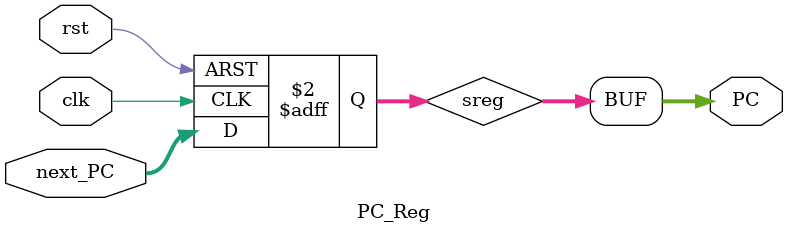
<source format=sv>
module PC_Reg (
    input logic [31:0]            next_PC,
    input logic                   rst,
    input logic                   clk, 
    output logic [31:0]           PC
);

logic [31:0] sreg;

always_ff @ (posedge clk, posedge rst)
    if (rst)
        sreg <= 32'b0;
    else 
        sreg <= next_PC;

assign PC = sreg;

endmodule



</source>
